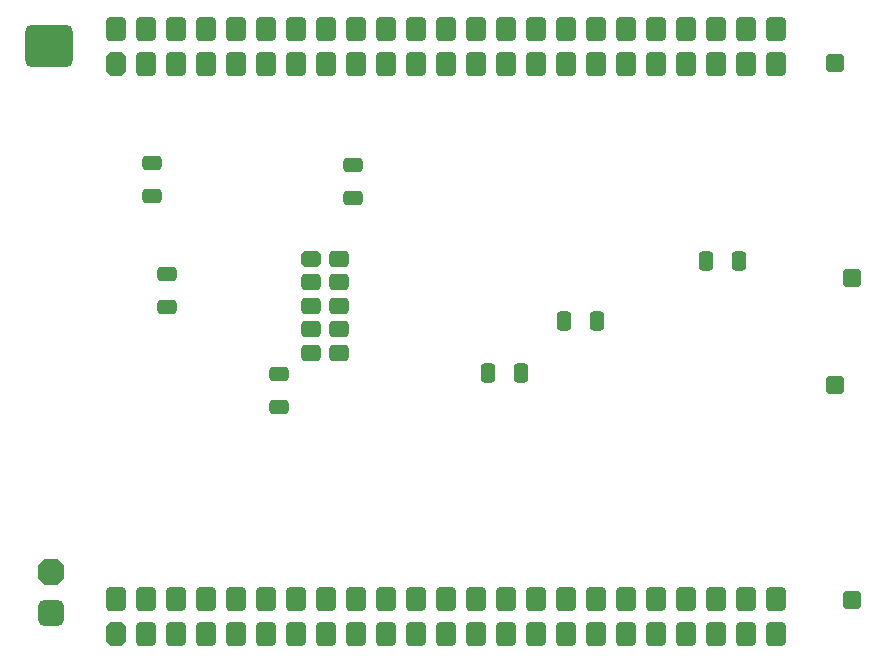
<source format=gbr>
%TF.GenerationSoftware,Altium Limited,Altium Designer,25.3.3 (18)*%
G04 Layer_Color=255*
%FSLAX45Y45*%
%MOMM*%
%TF.SameCoordinates,95E4F6BA-DA47-4B25-BB43-2529A7C35442*%
%TF.FilePolarity,Positive*%
%TF.FileFunction,Pads,Bot*%
%TF.Part,CustomerPanel*%
G01*
G75*
%TA.AperFunction,SMDPad,CuDef*%
G04:AMPARAMS|DCode=67|XSize=1.65mm|YSize=1.25mm|CornerRadius=0.3125mm|HoleSize=0mm|Usage=FLASHONLY|Rotation=0.000|XOffset=0mm|YOffset=0mm|HoleType=Round|Shape=RoundedRectangle|*
%AMROUNDEDRECTD67*
21,1,1.65000,0.62500,0,0,0.0*
21,1,1.02500,1.25000,0,0,0.0*
1,1,0.62500,0.51250,-0.31250*
1,1,0.62500,-0.51250,-0.31250*
1,1,0.62500,-0.51250,0.31250*
1,1,0.62500,0.51250,0.31250*
%
%ADD67ROUNDEDRECTD67*%
G04:AMPARAMS|DCode=68|XSize=1.65mm|YSize=1.25mm|CornerRadius=0.3125mm|HoleSize=0mm|Usage=FLASHONLY|Rotation=270.000|XOffset=0mm|YOffset=0mm|HoleType=Round|Shape=RoundedRectangle|*
%AMROUNDEDRECTD68*
21,1,1.65000,0.62500,0,0,270.0*
21,1,1.02500,1.25000,0,0,270.0*
1,1,0.62500,-0.31250,-0.51250*
1,1,0.62500,-0.31250,0.51250*
1,1,0.62500,0.31250,0.51250*
1,1,0.62500,0.31250,-0.51250*
%
%ADD68ROUNDEDRECTD68*%
%TA.AperFunction,ComponentPad*%
G04:AMPARAMS|DCode=82|XSize=1.55mm|YSize=1.6mm|CornerRadius=0.3875mm|HoleSize=0mm|Usage=FLASHONLY|Rotation=270.000|XOffset=0mm|YOffset=0mm|HoleType=Round|Shape=RoundedRectangle|*
%AMROUNDEDRECTD82*
21,1,1.55000,0.82500,0,0,270.0*
21,1,0.77500,1.60000,0,0,270.0*
1,1,0.77500,-0.41250,-0.38750*
1,1,0.77500,-0.41250,0.38750*
1,1,0.77500,0.41250,0.38750*
1,1,0.77500,0.41250,-0.38750*
%
%ADD82ROUNDEDRECTD82*%
G04:AMPARAMS|DCode=83|XSize=1.7mm|YSize=2.1mm|CornerRadius=0mm|HoleSize=0mm|Usage=FLASHONLY|Rotation=0.000|XOffset=0mm|YOffset=0mm|HoleType=Round|Shape=Octagon|*
%AMOCTAGOND83*
4,1,8,-0.42500,1.05000,0.42500,1.05000,0.85000,0.62500,0.85000,-0.62500,0.42500,-1.05000,-0.42500,-1.05000,-0.85000,-0.62500,-0.85000,0.62500,-0.42500,1.05000,0.0*
%
%ADD83OCTAGOND83*%

G04:AMPARAMS|DCode=84|XSize=1.7mm|YSize=2.1mm|CornerRadius=0.425mm|HoleSize=0mm|Usage=FLASHONLY|Rotation=0.000|XOffset=0mm|YOffset=0mm|HoleType=Round|Shape=RoundedRectangle|*
%AMROUNDEDRECTD84*
21,1,1.70000,1.25001,0,0,0.0*
21,1,0.85000,2.10000,0,0,0.0*
1,1,0.85000,0.42500,-0.62500*
1,1,0.85000,-0.42500,-0.62500*
1,1,0.85000,-0.42500,0.62500*
1,1,0.85000,0.42500,0.62500*
%
%ADD84ROUNDEDRECTD84*%
G04:AMPARAMS|DCode=85|XSize=1.4mm|YSize=1.7mm|CornerRadius=0.35mm|HoleSize=0mm|Usage=FLASHONLY|Rotation=270.000|XOffset=0mm|YOffset=0mm|HoleType=Round|Shape=RoundedRectangle|*
%AMROUNDEDRECTD85*
21,1,1.40000,1.00000,0,0,270.0*
21,1,0.70000,1.70000,0,0,270.0*
1,1,0.70000,-0.50000,-0.35000*
1,1,0.70000,-0.50000,0.35000*
1,1,0.70000,0.50000,0.35000*
1,1,0.70000,0.50000,-0.35000*
%
%ADD85ROUNDEDRECTD85*%
G04:AMPARAMS|DCode=86|XSize=1.4mm|YSize=1.7mm|CornerRadius=0mm|HoleSize=0mm|Usage=FLASHONLY|Rotation=270.000|XOffset=0mm|YOffset=0mm|HoleType=Round|Shape=Octagon|*
%AMOCTAGOND86*
4,1,8,0.85000,0.35000,0.85000,-0.35000,0.50000,-0.70000,-0.50000,-0.70000,-0.85000,-0.35000,-0.85000,0.35000,-0.50000,0.70000,0.50000,0.70000,0.85000,0.35000,0.0*
%
%ADD86OCTAGOND86*%

G04:AMPARAMS|DCode=87|XSize=4mm|YSize=3.6mm|CornerRadius=0.54mm|HoleSize=0mm|Usage=FLASHONLY|Rotation=0.000|XOffset=0mm|YOffset=0mm|HoleType=Round|Shape=RoundedRectangle|*
%AMROUNDEDRECTD87*
21,1,4.00000,2.52000,0,0,0.0*
21,1,2.92000,3.60000,0,0,0.0*
1,1,1.08000,1.46000,-1.26000*
1,1,1.08000,-1.46000,-1.26000*
1,1,1.08000,-1.46000,1.26000*
1,1,1.08000,1.46000,1.26000*
%
%ADD87ROUNDEDRECTD87*%
G04:AMPARAMS|DCode=88|XSize=2.2mm|YSize=2.2mm|CornerRadius=0.55mm|HoleSize=0mm|Usage=FLASHONLY|Rotation=270.000|XOffset=0mm|YOffset=0mm|HoleType=Round|Shape=RoundedRectangle|*
%AMROUNDEDRECTD88*
21,1,2.20000,1.10000,0,0,270.0*
21,1,1.10000,2.20000,0,0,270.0*
1,1,1.10000,-0.55000,-0.55000*
1,1,1.10000,-0.55000,0.55000*
1,1,1.10000,0.55000,0.55000*
1,1,1.10000,0.55000,-0.55000*
%
%ADD88ROUNDEDRECTD88*%
G04:AMPARAMS|DCode=89|XSize=2.2mm|YSize=2.2mm|CornerRadius=0mm|HoleSize=0mm|Usage=FLASHONLY|Rotation=270.000|XOffset=0mm|YOffset=0mm|HoleType=Round|Shape=Octagon|*
%AMOCTAGOND89*
4,1,8,-0.55000,-1.10000,0.55000,-1.10000,1.10000,-0.55000,1.10000,0.55000,0.55000,1.10000,-0.55000,1.10000,-1.10000,0.55000,-1.10000,-0.55000,-0.55000,-1.10000,0.0*
%
%ADD89OCTAGOND89*%

D67*
X3920472Y4862450D02*
D03*
Y5142450D02*
D03*
X2342400Y4220000D02*
D03*
Y3940000D02*
D03*
X2212400Y5160000D02*
D03*
Y4880000D02*
D03*
X3292400Y3370000D02*
D03*
Y3090000D02*
D03*
D68*
X5342400Y3380000D02*
D03*
X5062400D02*
D03*
X7182400Y4330000D02*
D03*
X6902400D02*
D03*
X5702400Y3820000D02*
D03*
X5982400D02*
D03*
D82*
X7995400Y3275000D02*
D03*
X8145400Y1455000D02*
D03*
X7995400Y6005000D02*
D03*
X8145400Y4185000D02*
D03*
D83*
X1914400Y1170500D02*
D03*
Y5996500D02*
D03*
D84*
X2168400Y1170500D02*
D03*
X2422400D02*
D03*
X2676400D02*
D03*
X2930400D02*
D03*
X3184400D02*
D03*
X3438400D02*
D03*
X3692400D02*
D03*
X3946400D02*
D03*
X4200400D02*
D03*
X4454400D02*
D03*
X4708400D02*
D03*
X4962400D02*
D03*
X5216400D02*
D03*
X5470400D02*
D03*
X5724400D02*
D03*
X5978400D02*
D03*
X6232400D02*
D03*
X6486400D02*
D03*
X6740400D02*
D03*
X6994400D02*
D03*
X7248400D02*
D03*
X7502400D02*
D03*
X1914400Y1464500D02*
D03*
X2168400D02*
D03*
X2422400D02*
D03*
X2676400D02*
D03*
X2930400D02*
D03*
X3184400D02*
D03*
X3438400D02*
D03*
X3692400D02*
D03*
X3946400D02*
D03*
X4200400D02*
D03*
X4454400D02*
D03*
X4708400D02*
D03*
X4962400D02*
D03*
X5216400D02*
D03*
X5470400D02*
D03*
X5724400D02*
D03*
X5978400D02*
D03*
X6232400D02*
D03*
X6486400D02*
D03*
X6740400D02*
D03*
X6994400D02*
D03*
X7248400D02*
D03*
X7502400D02*
D03*
X2168400Y5996500D02*
D03*
X2422400D02*
D03*
X2676400D02*
D03*
X2930400D02*
D03*
X3184400D02*
D03*
X3438400D02*
D03*
X3692400D02*
D03*
X3946400D02*
D03*
X4200400D02*
D03*
X4454400D02*
D03*
X4708400D02*
D03*
X4962400D02*
D03*
X5216400D02*
D03*
X5470400D02*
D03*
X5724400D02*
D03*
X5978400D02*
D03*
X6232400D02*
D03*
X6486400D02*
D03*
X6740400D02*
D03*
X6994400D02*
D03*
X7248400D02*
D03*
X7502400D02*
D03*
X1914400Y6290500D02*
D03*
X2168400D02*
D03*
X2422400D02*
D03*
X2676400D02*
D03*
X2930400D02*
D03*
X3184400D02*
D03*
X3438400D02*
D03*
X3692400D02*
D03*
X3946400D02*
D03*
X4200400D02*
D03*
X4454400D02*
D03*
X4708400D02*
D03*
X4962400D02*
D03*
X5216400D02*
D03*
X5470400D02*
D03*
X5724400D02*
D03*
X5978400D02*
D03*
X6232400D02*
D03*
X6486400D02*
D03*
X6740400D02*
D03*
X6994400D02*
D03*
X7248400D02*
D03*
X7502400D02*
D03*
D85*
X3802400Y3548000D02*
D03*
Y3748000D02*
D03*
Y3948000D02*
D03*
Y4148000D02*
D03*
Y4348000D02*
D03*
X3562400Y3548000D02*
D03*
Y3748000D02*
D03*
Y3948000D02*
D03*
Y4148000D02*
D03*
D86*
Y4348000D02*
D03*
D87*
X1342900Y6143500D02*
D03*
D88*
X1362400Y1345000D02*
D03*
D89*
Y1695000D02*
D03*
%TF.MD5,fa8f229c3aeb82f7c8e9c919366f62bb*%
M02*

</source>
